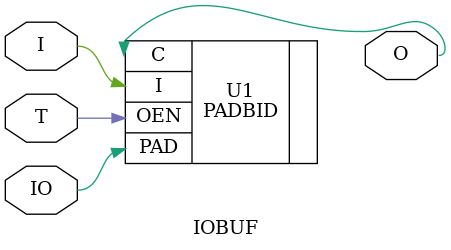
<source format=v>

module IOBUF (
   input I, T,
   inout IO,
   output O
  );


PADBID U1 ( .I(I), .OEN(T), .PAD(IO), .C(O) );

endmodule

</source>
